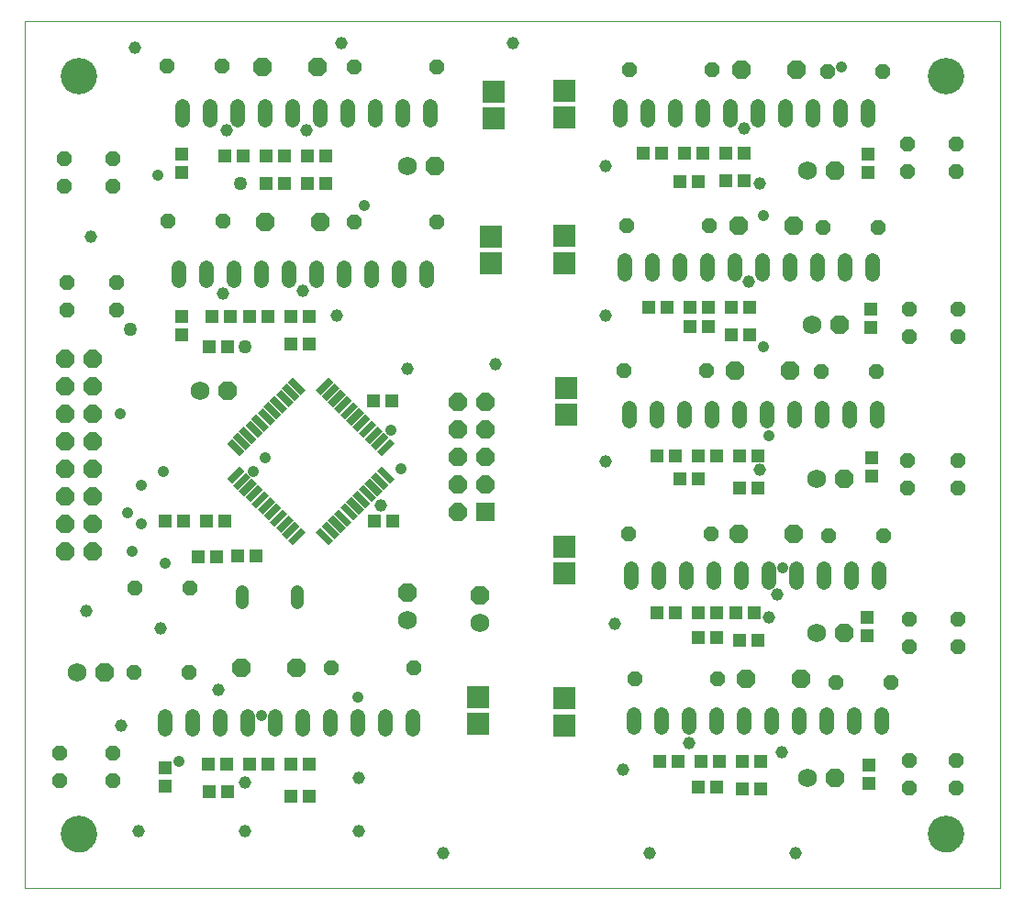
<source format=gts>
G75*
G70*
%OFA0B0*%
%FSLAX24Y24*%
%IPPOS*%
%LPD*%
%AMOC8*
5,1,8,0,0,1.08239X$1,22.5*
%
%ADD10C,0.0000*%
%ADD11C,0.1320*%
%ADD12C,0.0535*%
%ADD13OC8,0.0660*%
%ADD14R,0.0454X0.0493*%
%ADD15C,0.0460*%
%ADD16R,0.0493X0.0454*%
%ADD17OC8,0.0540*%
%ADD18OC8,0.0690*%
%ADD19R,0.0828X0.0828*%
%ADD20R,0.0651X0.0257*%
%ADD21R,0.0257X0.0651*%
%ADD22R,0.0660X0.0660*%
%ADD23C,0.0690*%
%ADD24C,0.0457*%
%ADD25C,0.0417*%
%ADD26C,0.0496*%
D10*
X001140Y001460D02*
X001140Y032956D01*
X036573Y032956D01*
X036573Y001460D01*
X001140Y001460D01*
X002479Y003429D02*
X002481Y003479D01*
X002487Y003529D01*
X002497Y003578D01*
X002511Y003626D01*
X002528Y003673D01*
X002549Y003718D01*
X002574Y003762D01*
X002602Y003803D01*
X002634Y003842D01*
X002668Y003879D01*
X002705Y003913D01*
X002745Y003943D01*
X002787Y003970D01*
X002831Y003994D01*
X002877Y004015D01*
X002924Y004031D01*
X002972Y004044D01*
X003022Y004053D01*
X003071Y004058D01*
X003122Y004059D01*
X003172Y004056D01*
X003221Y004049D01*
X003270Y004038D01*
X003318Y004023D01*
X003364Y004005D01*
X003409Y003983D01*
X003452Y003957D01*
X003493Y003928D01*
X003532Y003896D01*
X003568Y003861D01*
X003600Y003823D01*
X003630Y003783D01*
X003657Y003740D01*
X003680Y003696D01*
X003699Y003650D01*
X003715Y003602D01*
X003727Y003553D01*
X003735Y003504D01*
X003739Y003454D01*
X003739Y003404D01*
X003735Y003354D01*
X003727Y003305D01*
X003715Y003256D01*
X003699Y003208D01*
X003680Y003162D01*
X003657Y003118D01*
X003630Y003075D01*
X003600Y003035D01*
X003568Y002997D01*
X003532Y002962D01*
X003493Y002930D01*
X003452Y002901D01*
X003409Y002875D01*
X003364Y002853D01*
X003318Y002835D01*
X003270Y002820D01*
X003221Y002809D01*
X003172Y002802D01*
X003122Y002799D01*
X003071Y002800D01*
X003022Y002805D01*
X002972Y002814D01*
X002924Y002827D01*
X002877Y002843D01*
X002831Y002864D01*
X002787Y002888D01*
X002745Y002915D01*
X002705Y002945D01*
X002668Y002979D01*
X002634Y003016D01*
X002602Y003055D01*
X002574Y003096D01*
X002549Y003140D01*
X002528Y003185D01*
X002511Y003232D01*
X002497Y003280D01*
X002487Y003329D01*
X002481Y003379D01*
X002479Y003429D01*
X002479Y030988D02*
X002481Y031038D01*
X002487Y031088D01*
X002497Y031137D01*
X002511Y031185D01*
X002528Y031232D01*
X002549Y031277D01*
X002574Y031321D01*
X002602Y031362D01*
X002634Y031401D01*
X002668Y031438D01*
X002705Y031472D01*
X002745Y031502D01*
X002787Y031529D01*
X002831Y031553D01*
X002877Y031574D01*
X002924Y031590D01*
X002972Y031603D01*
X003022Y031612D01*
X003071Y031617D01*
X003122Y031618D01*
X003172Y031615D01*
X003221Y031608D01*
X003270Y031597D01*
X003318Y031582D01*
X003364Y031564D01*
X003409Y031542D01*
X003452Y031516D01*
X003493Y031487D01*
X003532Y031455D01*
X003568Y031420D01*
X003600Y031382D01*
X003630Y031342D01*
X003657Y031299D01*
X003680Y031255D01*
X003699Y031209D01*
X003715Y031161D01*
X003727Y031112D01*
X003735Y031063D01*
X003739Y031013D01*
X003739Y030963D01*
X003735Y030913D01*
X003727Y030864D01*
X003715Y030815D01*
X003699Y030767D01*
X003680Y030721D01*
X003657Y030677D01*
X003630Y030634D01*
X003600Y030594D01*
X003568Y030556D01*
X003532Y030521D01*
X003493Y030489D01*
X003452Y030460D01*
X003409Y030434D01*
X003364Y030412D01*
X003318Y030394D01*
X003270Y030379D01*
X003221Y030368D01*
X003172Y030361D01*
X003122Y030358D01*
X003071Y030359D01*
X003022Y030364D01*
X002972Y030373D01*
X002924Y030386D01*
X002877Y030402D01*
X002831Y030423D01*
X002787Y030447D01*
X002745Y030474D01*
X002705Y030504D01*
X002668Y030538D01*
X002634Y030575D01*
X002602Y030614D01*
X002574Y030655D01*
X002549Y030699D01*
X002528Y030744D01*
X002511Y030791D01*
X002497Y030839D01*
X002487Y030888D01*
X002481Y030938D01*
X002479Y030988D01*
X033975Y030988D02*
X033977Y031038D01*
X033983Y031088D01*
X033993Y031137D01*
X034007Y031185D01*
X034024Y031232D01*
X034045Y031277D01*
X034070Y031321D01*
X034098Y031362D01*
X034130Y031401D01*
X034164Y031438D01*
X034201Y031472D01*
X034241Y031502D01*
X034283Y031529D01*
X034327Y031553D01*
X034373Y031574D01*
X034420Y031590D01*
X034468Y031603D01*
X034518Y031612D01*
X034567Y031617D01*
X034618Y031618D01*
X034668Y031615D01*
X034717Y031608D01*
X034766Y031597D01*
X034814Y031582D01*
X034860Y031564D01*
X034905Y031542D01*
X034948Y031516D01*
X034989Y031487D01*
X035028Y031455D01*
X035064Y031420D01*
X035096Y031382D01*
X035126Y031342D01*
X035153Y031299D01*
X035176Y031255D01*
X035195Y031209D01*
X035211Y031161D01*
X035223Y031112D01*
X035231Y031063D01*
X035235Y031013D01*
X035235Y030963D01*
X035231Y030913D01*
X035223Y030864D01*
X035211Y030815D01*
X035195Y030767D01*
X035176Y030721D01*
X035153Y030677D01*
X035126Y030634D01*
X035096Y030594D01*
X035064Y030556D01*
X035028Y030521D01*
X034989Y030489D01*
X034948Y030460D01*
X034905Y030434D01*
X034860Y030412D01*
X034814Y030394D01*
X034766Y030379D01*
X034717Y030368D01*
X034668Y030361D01*
X034618Y030358D01*
X034567Y030359D01*
X034518Y030364D01*
X034468Y030373D01*
X034420Y030386D01*
X034373Y030402D01*
X034327Y030423D01*
X034283Y030447D01*
X034241Y030474D01*
X034201Y030504D01*
X034164Y030538D01*
X034130Y030575D01*
X034098Y030614D01*
X034070Y030655D01*
X034045Y030699D01*
X034024Y030744D01*
X034007Y030791D01*
X033993Y030839D01*
X033983Y030888D01*
X033977Y030938D01*
X033975Y030988D01*
X033975Y003429D02*
X033977Y003479D01*
X033983Y003529D01*
X033993Y003578D01*
X034007Y003626D01*
X034024Y003673D01*
X034045Y003718D01*
X034070Y003762D01*
X034098Y003803D01*
X034130Y003842D01*
X034164Y003879D01*
X034201Y003913D01*
X034241Y003943D01*
X034283Y003970D01*
X034327Y003994D01*
X034373Y004015D01*
X034420Y004031D01*
X034468Y004044D01*
X034518Y004053D01*
X034567Y004058D01*
X034618Y004059D01*
X034668Y004056D01*
X034717Y004049D01*
X034766Y004038D01*
X034814Y004023D01*
X034860Y004005D01*
X034905Y003983D01*
X034948Y003957D01*
X034989Y003928D01*
X035028Y003896D01*
X035064Y003861D01*
X035096Y003823D01*
X035126Y003783D01*
X035153Y003740D01*
X035176Y003696D01*
X035195Y003650D01*
X035211Y003602D01*
X035223Y003553D01*
X035231Y003504D01*
X035235Y003454D01*
X035235Y003404D01*
X035231Y003354D01*
X035223Y003305D01*
X035211Y003256D01*
X035195Y003208D01*
X035176Y003162D01*
X035153Y003118D01*
X035126Y003075D01*
X035096Y003035D01*
X035064Y002997D01*
X035028Y002962D01*
X034989Y002930D01*
X034948Y002901D01*
X034905Y002875D01*
X034860Y002853D01*
X034814Y002835D01*
X034766Y002820D01*
X034717Y002809D01*
X034668Y002802D01*
X034618Y002799D01*
X034567Y002800D01*
X034518Y002805D01*
X034468Y002814D01*
X034420Y002827D01*
X034373Y002843D01*
X034327Y002864D01*
X034283Y002888D01*
X034241Y002915D01*
X034201Y002945D01*
X034164Y002979D01*
X034130Y003016D01*
X034098Y003055D01*
X034070Y003096D01*
X034045Y003140D01*
X034024Y003185D01*
X034007Y003232D01*
X033993Y003280D01*
X033983Y003329D01*
X033977Y003379D01*
X033975Y003429D01*
D11*
X034605Y003429D03*
X034605Y030988D03*
X003109Y030988D03*
X003109Y003429D03*
D12*
X006240Y007223D02*
X006240Y007697D01*
X007240Y007697D02*
X007240Y007223D01*
X008240Y007223D02*
X008240Y007697D01*
X009240Y007697D02*
X009240Y007223D01*
X010240Y007223D02*
X010240Y007697D01*
X011240Y007697D02*
X011240Y007223D01*
X012240Y007223D02*
X012240Y007697D01*
X013240Y007697D02*
X013240Y007223D01*
X014240Y007223D02*
X014240Y007697D01*
X015240Y007697D02*
X015240Y007223D01*
X023280Y007303D02*
X023280Y007777D01*
X024280Y007777D02*
X024280Y007303D01*
X025280Y007303D02*
X025280Y007777D01*
X026280Y007777D02*
X026280Y007303D01*
X027280Y007303D02*
X027280Y007777D01*
X028280Y007777D02*
X028280Y007303D01*
X029280Y007303D02*
X029280Y007777D01*
X030280Y007777D02*
X030280Y007303D01*
X031280Y007303D02*
X031280Y007777D01*
X032280Y007777D02*
X032280Y007303D01*
X032200Y012583D02*
X032200Y013057D01*
X031200Y013057D02*
X031200Y012583D01*
X030200Y012583D02*
X030200Y013057D01*
X029200Y013057D02*
X029200Y012583D01*
X028200Y012583D02*
X028200Y013057D01*
X027200Y013057D02*
X027200Y012583D01*
X026200Y012583D02*
X026200Y013057D01*
X025200Y013057D02*
X025200Y012583D01*
X024200Y012583D02*
X024200Y013057D01*
X023200Y013057D02*
X023200Y012583D01*
X023120Y018423D02*
X023120Y018897D01*
X024120Y018897D02*
X024120Y018423D01*
X025120Y018423D02*
X025120Y018897D01*
X026120Y018897D02*
X026120Y018423D01*
X027120Y018423D02*
X027120Y018897D01*
X028120Y018897D02*
X028120Y018423D01*
X029120Y018423D02*
X029120Y018897D01*
X030120Y018897D02*
X030120Y018423D01*
X031120Y018423D02*
X031120Y018897D01*
X032120Y018897D02*
X032120Y018423D01*
X031960Y023783D02*
X031960Y024257D01*
X030960Y024257D02*
X030960Y023783D01*
X029960Y023783D02*
X029960Y024257D01*
X028960Y024257D02*
X028960Y023783D01*
X027960Y023783D02*
X027960Y024257D01*
X026960Y024257D02*
X026960Y023783D01*
X025960Y023783D02*
X025960Y024257D01*
X024960Y024257D02*
X024960Y023783D01*
X023960Y023783D02*
X023960Y024257D01*
X022960Y024257D02*
X022960Y023783D01*
X022800Y029383D02*
X022800Y029857D01*
X023800Y029857D02*
X023800Y029383D01*
X024800Y029383D02*
X024800Y029857D01*
X025800Y029857D02*
X025800Y029383D01*
X026800Y029383D02*
X026800Y029857D01*
X027800Y029857D02*
X027800Y029383D01*
X028800Y029383D02*
X028800Y029857D01*
X029800Y029857D02*
X029800Y029383D01*
X030800Y029383D02*
X030800Y029857D01*
X031800Y029857D02*
X031800Y029383D01*
X015880Y029383D02*
X015880Y029857D01*
X014880Y029857D02*
X014880Y029383D01*
X013880Y029383D02*
X013880Y029857D01*
X012880Y029857D02*
X012880Y029383D01*
X011880Y029383D02*
X011880Y029857D01*
X010880Y029857D02*
X010880Y029383D01*
X009880Y029383D02*
X009880Y029857D01*
X008880Y029857D02*
X008880Y029383D01*
X007880Y029383D02*
X007880Y029857D01*
X006880Y029857D02*
X006880Y029383D01*
X006740Y024017D02*
X006740Y023543D01*
X007740Y023543D02*
X007740Y024017D01*
X008740Y024017D02*
X008740Y023543D01*
X009740Y023543D02*
X009740Y024017D01*
X010740Y024017D02*
X010740Y023543D01*
X011740Y023543D02*
X011740Y024017D01*
X012740Y024017D02*
X012740Y023543D01*
X013740Y023543D02*
X013740Y024017D01*
X014740Y024017D02*
X014740Y023543D01*
X015740Y023543D02*
X015740Y024017D01*
D13*
X016880Y019140D03*
X017880Y019140D03*
X017880Y018140D03*
X017880Y017140D03*
X016880Y017140D03*
X016880Y018140D03*
X016880Y016140D03*
X017880Y016140D03*
X016880Y015140D03*
X003609Y014708D03*
X003609Y013708D03*
X002609Y013708D03*
X002609Y014708D03*
X002609Y015708D03*
X003609Y015708D03*
X003609Y016708D03*
X003609Y017708D03*
X003609Y018708D03*
X003609Y019708D03*
X003609Y020708D03*
X002609Y020708D03*
X002609Y019708D03*
X002609Y018708D03*
X002609Y017708D03*
X002609Y016708D03*
D14*
X006245Y014810D03*
X006915Y014810D03*
X010805Y021240D03*
X011475Y021240D03*
X011475Y022240D03*
X010805Y022240D03*
X009975Y022240D03*
X009305Y022240D03*
X008635Y022240D03*
X007965Y022240D03*
X011405Y027060D03*
X012075Y027060D03*
X012075Y028060D03*
X011405Y028060D03*
X010575Y028060D03*
X009905Y028060D03*
X009075Y028060D03*
X008405Y028060D03*
X023605Y028160D03*
X024275Y028160D03*
X025105Y028160D03*
X025775Y028160D03*
X026605Y028160D03*
X027275Y028160D03*
X027275Y027160D03*
X026605Y027160D03*
X026805Y022560D03*
X027475Y022560D03*
X027475Y021560D03*
X026805Y021560D03*
X025975Y022560D03*
X025305Y022560D03*
X024475Y022560D03*
X023805Y022560D03*
X024105Y017160D03*
X024775Y017160D03*
X025605Y017160D03*
X026275Y017160D03*
X027105Y017160D03*
X027775Y017160D03*
X027775Y016000D03*
X027105Y016000D03*
X026985Y011460D03*
X027655Y011460D03*
X027775Y010460D03*
X027105Y010460D03*
X026275Y011460D03*
X025605Y011460D03*
X024775Y011460D03*
X024105Y011460D03*
X024205Y006060D03*
X024875Y006060D03*
X025705Y006060D03*
X026375Y006060D03*
X027205Y006060D03*
X027875Y006060D03*
X027875Y005060D03*
X027205Y005060D03*
X011475Y004800D03*
X010805Y004800D03*
X010805Y005960D03*
X011475Y005960D03*
X009975Y005960D03*
X009305Y005960D03*
X008475Y005960D03*
X007805Y005960D03*
D15*
X009040Y011825D02*
X009040Y012225D01*
X011040Y012225D02*
X011040Y011825D01*
D16*
X009565Y013550D03*
X008895Y013550D03*
X008110Y013510D03*
X007440Y013510D03*
X007765Y014820D03*
X008435Y014820D03*
X013845Y014820D03*
X014515Y014820D03*
X014480Y019180D03*
X013810Y019180D03*
X008515Y021140D03*
X007845Y021140D03*
X006840Y021565D03*
X006840Y022235D03*
X009925Y027060D03*
X010595Y027060D03*
X006840Y027475D03*
X006840Y028145D03*
X024965Y027140D03*
X025635Y027140D03*
X025325Y021860D03*
X025995Y021860D03*
X025635Y016340D03*
X024965Y016340D03*
X025605Y010580D03*
X026275Y010580D03*
X031760Y010625D03*
X031760Y011295D03*
X031920Y016425D03*
X031920Y017095D03*
X031900Y021825D03*
X031900Y022495D03*
X031800Y027485D03*
X031800Y028155D03*
X031820Y005955D03*
X031820Y005285D03*
X026275Y005140D03*
X025605Y005140D03*
X008515Y004980D03*
X007845Y004980D03*
X006260Y005185D03*
X006260Y005855D03*
D17*
X004340Y005360D03*
X004340Y006360D03*
X002420Y006360D03*
X002420Y005360D03*
X005130Y009315D03*
X007130Y009315D03*
X007170Y012365D03*
X005170Y012365D03*
X012280Y009460D03*
X015280Y009460D03*
X023320Y009060D03*
X026320Y009060D03*
X030635Y008945D03*
X032635Y008945D03*
X033300Y010240D03*
X033300Y011240D03*
X035060Y011240D03*
X035060Y010240D03*
X034980Y006120D03*
X034980Y005120D03*
X033300Y005120D03*
X033300Y006120D03*
X032355Y014270D03*
X033220Y016000D03*
X033220Y017000D03*
X035060Y017000D03*
X035060Y016000D03*
X030355Y014270D03*
X026080Y014340D03*
X023080Y014340D03*
X022920Y020260D03*
X025920Y020260D03*
X030095Y020255D03*
X032095Y020255D03*
X033300Y021520D03*
X033300Y022520D03*
X035060Y022520D03*
X035060Y021520D03*
X032160Y025470D03*
X030160Y025470D03*
X033220Y027520D03*
X033220Y028520D03*
X034980Y028520D03*
X034980Y027520D03*
X032305Y031130D03*
X030305Y031130D03*
X026125Y031190D03*
X023125Y031190D03*
X023015Y025555D03*
X026015Y025555D03*
X016120Y025660D03*
X013120Y025660D03*
X008370Y025695D03*
X006370Y025695D03*
X004340Y026960D03*
X004340Y027960D03*
X002580Y027960D03*
X002580Y026960D03*
X002680Y023460D03*
X002680Y022460D03*
X004480Y022460D03*
X004480Y023460D03*
X006325Y031335D03*
X008325Y031335D03*
X013105Y031320D03*
X016105Y031320D03*
D18*
X016040Y027700D03*
X011880Y025660D03*
X009880Y025660D03*
X009800Y031320D03*
X011800Y031320D03*
X008520Y019540D03*
X015060Y012200D03*
X017700Y012120D03*
X011020Y009460D03*
X009020Y009460D03*
X004040Y009300D03*
X027100Y014340D03*
X029100Y014340D03*
X030920Y016340D03*
X028940Y020260D03*
X026940Y020260D03*
X030760Y021940D03*
X029100Y025540D03*
X027100Y025540D03*
X030600Y027540D03*
X029180Y031220D03*
X027180Y031220D03*
X030920Y010740D03*
X029340Y009060D03*
X027340Y009060D03*
X030600Y005460D03*
D19*
X020740Y007380D03*
X020740Y008364D03*
X017620Y008420D03*
X017620Y007436D03*
X020740Y012900D03*
X020740Y013884D03*
X020820Y018660D03*
X020820Y019644D03*
X020740Y024180D03*
X020740Y025164D03*
X018100Y025140D03*
X018100Y024156D03*
X018180Y029436D03*
X018180Y030420D03*
X020740Y030444D03*
X020740Y029460D03*
D20*
G36*
X012361Y019847D02*
X011902Y019388D01*
X011721Y019569D01*
X012180Y020028D01*
X012361Y019847D01*
G37*
G36*
X012584Y019624D02*
X012125Y019165D01*
X011944Y019346D01*
X012403Y019805D01*
X012584Y019624D01*
G37*
G36*
X012807Y019402D02*
X012348Y018943D01*
X012167Y019124D01*
X012626Y019583D01*
X012807Y019402D01*
G37*
G36*
X013029Y019179D02*
X012570Y018720D01*
X012389Y018901D01*
X012848Y019360D01*
X013029Y019179D01*
G37*
G36*
X013252Y018956D02*
X012793Y018497D01*
X012612Y018678D01*
X013071Y019137D01*
X013252Y018956D01*
G37*
G36*
X013475Y018734D02*
X013016Y018275D01*
X012835Y018456D01*
X013294Y018915D01*
X013475Y018734D01*
G37*
G36*
X013697Y018511D02*
X013238Y018052D01*
X013057Y018233D01*
X013516Y018692D01*
X013697Y018511D01*
G37*
G36*
X013920Y018288D02*
X013461Y017829D01*
X013280Y018010D01*
X013739Y018469D01*
X013920Y018288D01*
G37*
G36*
X014143Y018066D02*
X013684Y017607D01*
X013503Y017788D01*
X013962Y018247D01*
X014143Y018066D01*
G37*
G36*
X014365Y017843D02*
X013906Y017384D01*
X013725Y017565D01*
X014184Y018024D01*
X014365Y017843D01*
G37*
G36*
X014588Y017620D02*
X014129Y017161D01*
X013948Y017342D01*
X014407Y017801D01*
X014588Y017620D01*
G37*
G36*
X011359Y014391D02*
X010900Y013932D01*
X010719Y014113D01*
X011178Y014572D01*
X011359Y014391D01*
G37*
G36*
X011136Y014614D02*
X010677Y014155D01*
X010496Y014336D01*
X010955Y014795D01*
X011136Y014614D01*
G37*
G36*
X010913Y014836D02*
X010454Y014377D01*
X010273Y014558D01*
X010732Y015017D01*
X010913Y014836D01*
G37*
G36*
X010691Y015059D02*
X010232Y014600D01*
X010051Y014781D01*
X010510Y015240D01*
X010691Y015059D01*
G37*
G36*
X010468Y015282D02*
X010009Y014823D01*
X009828Y015004D01*
X010287Y015463D01*
X010468Y015282D01*
G37*
G36*
X010245Y015504D02*
X009786Y015045D01*
X009605Y015226D01*
X010064Y015685D01*
X010245Y015504D01*
G37*
G36*
X010023Y015727D02*
X009564Y015268D01*
X009383Y015449D01*
X009842Y015908D01*
X010023Y015727D01*
G37*
G36*
X009800Y015950D02*
X009341Y015491D01*
X009160Y015672D01*
X009619Y016131D01*
X009800Y015950D01*
G37*
G36*
X009577Y016172D02*
X009118Y015713D01*
X008937Y015894D01*
X009396Y016353D01*
X009577Y016172D01*
G37*
G36*
X009355Y016395D02*
X008896Y015936D01*
X008715Y016117D01*
X009174Y016576D01*
X009355Y016395D01*
G37*
G36*
X009132Y016618D02*
X008673Y016159D01*
X008492Y016340D01*
X008951Y016799D01*
X009132Y016618D01*
G37*
D21*
G36*
X009132Y017342D02*
X008951Y017161D01*
X008492Y017620D01*
X008673Y017801D01*
X009132Y017342D01*
G37*
G36*
X009355Y017565D02*
X009174Y017384D01*
X008715Y017843D01*
X008896Y018024D01*
X009355Y017565D01*
G37*
G36*
X009577Y017788D02*
X009396Y017607D01*
X008937Y018066D01*
X009118Y018247D01*
X009577Y017788D01*
G37*
G36*
X009800Y018010D02*
X009619Y017829D01*
X009160Y018288D01*
X009341Y018469D01*
X009800Y018010D01*
G37*
G36*
X010023Y018233D02*
X009842Y018052D01*
X009383Y018511D01*
X009564Y018692D01*
X010023Y018233D01*
G37*
G36*
X010245Y018456D02*
X010064Y018275D01*
X009605Y018734D01*
X009786Y018915D01*
X010245Y018456D01*
G37*
G36*
X010468Y018678D02*
X010287Y018497D01*
X009828Y018956D01*
X010009Y019137D01*
X010468Y018678D01*
G37*
G36*
X010691Y018901D02*
X010510Y018720D01*
X010051Y019179D01*
X010232Y019360D01*
X010691Y018901D01*
G37*
G36*
X010913Y019124D02*
X010732Y018943D01*
X010273Y019402D01*
X010454Y019583D01*
X010913Y019124D01*
G37*
G36*
X011136Y019346D02*
X010955Y019165D01*
X010496Y019624D01*
X010677Y019805D01*
X011136Y019346D01*
G37*
G36*
X011359Y019569D02*
X011178Y019388D01*
X010719Y019847D01*
X010900Y020028D01*
X011359Y019569D01*
G37*
G36*
X014588Y016340D02*
X014407Y016159D01*
X013948Y016618D01*
X014129Y016799D01*
X014588Y016340D01*
G37*
G36*
X014365Y016117D02*
X014184Y015936D01*
X013725Y016395D01*
X013906Y016576D01*
X014365Y016117D01*
G37*
G36*
X014143Y015894D02*
X013962Y015713D01*
X013503Y016172D01*
X013684Y016353D01*
X014143Y015894D01*
G37*
G36*
X013920Y015672D02*
X013739Y015491D01*
X013280Y015950D01*
X013461Y016131D01*
X013920Y015672D01*
G37*
G36*
X013697Y015449D02*
X013516Y015268D01*
X013057Y015727D01*
X013238Y015908D01*
X013697Y015449D01*
G37*
G36*
X013475Y015226D02*
X013294Y015045D01*
X012835Y015504D01*
X013016Y015685D01*
X013475Y015226D01*
G37*
G36*
X013252Y015004D02*
X013071Y014823D01*
X012612Y015282D01*
X012793Y015463D01*
X013252Y015004D01*
G37*
G36*
X013029Y014781D02*
X012848Y014600D01*
X012389Y015059D01*
X012570Y015240D01*
X013029Y014781D01*
G37*
G36*
X012807Y014558D02*
X012626Y014377D01*
X012167Y014836D01*
X012348Y015017D01*
X012807Y014558D01*
G37*
G36*
X012584Y014336D02*
X012403Y014155D01*
X011944Y014614D01*
X012125Y014795D01*
X012584Y014336D01*
G37*
G36*
X012361Y014113D02*
X012180Y013932D01*
X011721Y014391D01*
X011902Y014572D01*
X012361Y014113D01*
G37*
D22*
X017880Y015140D03*
D23*
X017700Y011120D03*
X015060Y011200D03*
X007520Y019540D03*
X015040Y027700D03*
X029600Y027540D03*
X029760Y021940D03*
X029920Y016340D03*
X029920Y010740D03*
X029600Y005460D03*
X003040Y009300D03*
D24*
X003380Y011540D03*
X006100Y010900D03*
X008180Y008660D03*
X004660Y007380D03*
X005300Y003540D03*
X009140Y003540D03*
X009140Y005300D03*
X013300Y005460D03*
X013300Y003540D03*
X016340Y002740D03*
X022900Y005780D03*
X025300Y006740D03*
X028660Y006420D03*
X029140Y002740D03*
X023860Y002740D03*
X022580Y011060D03*
X028180Y011300D03*
X028500Y012140D03*
X027860Y016660D03*
X022260Y016980D03*
X018260Y020500D03*
X015060Y020340D03*
X012500Y022260D03*
X011260Y023180D03*
X008340Y023060D03*
X003540Y025140D03*
X008500Y029020D03*
X011380Y029020D03*
X012660Y032180D03*
X018900Y032180D03*
X022260Y027700D03*
X027300Y029060D03*
X027860Y027060D03*
X027460Y023500D03*
X022260Y022260D03*
X014100Y015380D03*
X005140Y032020D03*
D25*
X005980Y027380D03*
X013500Y026260D03*
X004620Y018700D03*
X006180Y016620D03*
X005380Y016100D03*
X004900Y015100D03*
X005380Y014700D03*
X005060Y013700D03*
X006260Y013260D03*
X009460Y016620D03*
X009900Y017100D03*
X014460Y018100D03*
X014820Y016700D03*
X013260Y008420D03*
X009740Y007740D03*
X006740Y006060D03*
X028180Y017900D03*
X027980Y021140D03*
X027980Y025900D03*
X030820Y031300D03*
X028700Y013100D03*
D26*
X009140Y021140D03*
X004980Y021780D03*
X008980Y027060D03*
M02*

</source>
